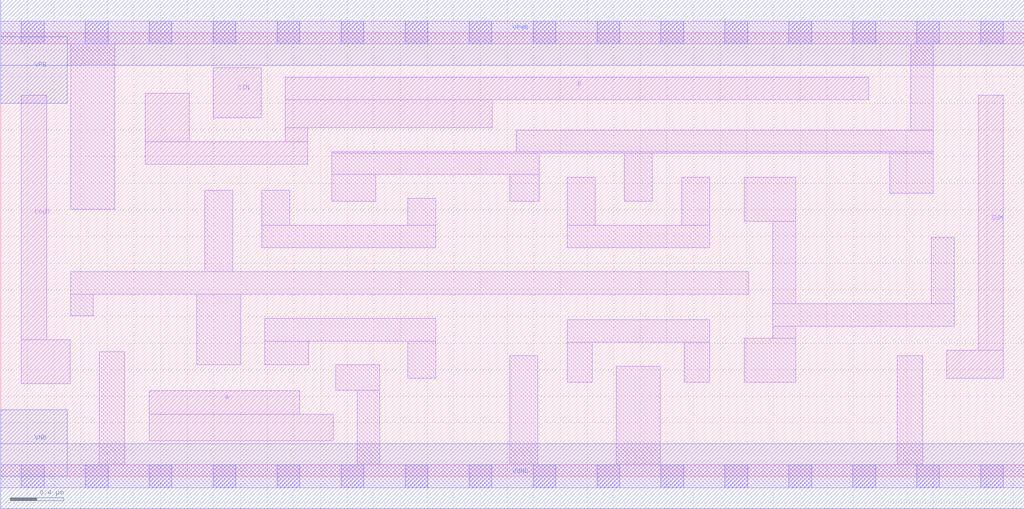
<source format=lef>
# Copyright 2020 The SkyWater PDK Authors
#
# Licensed under the Apache License, Version 2.0 (the "License");
# you may not use this file except in compliance with the License.
# You may obtain a copy of the License at
#
#     https://www.apache.org/licenses/LICENSE-2.0
#
# Unless required by applicable law or agreed to in writing, software
# distributed under the License is distributed on an "AS IS" BASIS,
# WITHOUT WARRANTIES OR CONDITIONS OF ANY KIND, either express or implied.
# See the License for the specific language governing permissions and
# limitations under the License.
#
# SPDX-License-Identifier: Apache-2.0

VERSION 5.5 ;
NAMESCASESENSITIVE ON ;
BUSBITCHARS "[]" ;
DIVIDERCHAR "/" ;
MACRO sky130_fd_sc_lp__fa_m
  CLASS CORE ;
  SOURCE USER ;
  ORIGIN  0.000000  0.000000 ;
  SIZE  7.680000 BY  3.330000 ;
  SYMMETRY X Y R90 ;
  SITE unit ;
  PIN A
    ANTENNAGATEAREA  0.504000 ;
    DIRECTION INPUT ;
    USE SIGNAL ;
    PORT
      LAYER li1 ;
        RECT 1.115000 0.265000 2.495000 0.465000 ;
        RECT 1.115000 0.465000 2.245000 0.640000 ;
    END
  END A
  PIN B
    ANTENNAGATEAREA  0.504000 ;
    DIRECTION INPUT ;
    USE SIGNAL ;
    PORT
      LAYER li1 ;
        RECT 1.085000 2.340000 2.305000 2.510000 ;
        RECT 1.085000 2.510000 1.415000 2.875000 ;
        RECT 2.135000 2.510000 2.305000 2.615000 ;
        RECT 2.135000 2.615000 3.690000 2.825000 ;
        RECT 2.135000 2.825000 6.515000 2.995000 ;
    END
  END B
  PIN CIN
    ANTENNAGATEAREA  0.378000 ;
    DIRECTION INPUT ;
    USE SIGNAL ;
    PORT
      LAYER li1 ;
        RECT 1.595000 2.690000 1.955000 3.065000 ;
    END
  END CIN
  PIN COUT
    ANTENNADIFFAREA  0.222600 ;
    DIRECTION OUTPUT ;
    USE SIGNAL ;
    PORT
      LAYER li1 ;
        RECT 0.155000 0.695000 0.520000 1.025000 ;
        RECT 0.155000 1.025000 0.345000 2.860000 ;
    END
  END COUT
  PIN SUM
    ANTENNADIFFAREA  0.222600 ;
    DIRECTION OUTPUT ;
    USE SIGNAL ;
    PORT
      LAYER li1 ;
        RECT 7.100000 0.735000 7.525000 0.945000 ;
        RECT 7.335000 0.945000 7.525000 2.860000 ;
    END
  END SUM
  PIN VGND
    DIRECTION INOUT ;
    USE GROUND ;
    PORT
      LAYER met1 ;
        RECT 0.000000 -0.245000 7.680000 0.245000 ;
    END
  END VGND
  PIN VNB
    DIRECTION INOUT ;
    USE GROUND ;
    PORT
      LAYER met1 ;
        RECT 0.000000 0.000000 0.500000 0.500000 ;
    END
  END VNB
  PIN VPB
    DIRECTION INOUT ;
    USE POWER ;
    PORT
      LAYER met1 ;
        RECT 0.000000 2.800000 0.500000 3.300000 ;
    END
  END VPB
  PIN VPWR
    DIRECTION INOUT ;
    USE POWER ;
    PORT
      LAYER met1 ;
        RECT 0.000000 3.085000 7.680000 3.575000 ;
    END
  END VPWR
  OBS
    LAYER li1 ;
      RECT 0.000000 -0.085000 7.680000 0.085000 ;
      RECT 0.000000  3.245000 7.680000 3.415000 ;
      RECT 0.525000  1.205000 0.695000 1.365000 ;
      RECT 0.525000  1.365000 5.615000 1.535000 ;
      RECT 0.525000  2.005000 0.855000 3.245000 ;
      RECT 0.740000  0.085000 0.930000 0.935000 ;
      RECT 1.470000  0.835000 1.800000 1.365000 ;
      RECT 1.530000  1.535000 1.740000 2.145000 ;
      RECT 1.960000  1.715000 3.265000 1.885000 ;
      RECT 1.960000  1.885000 2.170000 2.145000 ;
      RECT 1.980000  0.835000 2.310000 1.015000 ;
      RECT 1.980000  1.015000 3.265000 1.185000 ;
      RECT 2.485000  2.065000 2.815000 2.265000 ;
      RECT 2.485000  2.265000 4.040000 2.425000 ;
      RECT 2.485000  2.425000 7.000000 2.435000 ;
      RECT 2.515000  0.645000 2.845000 0.835000 ;
      RECT 2.675000  0.085000 2.845000 0.645000 ;
      RECT 3.055000  0.735000 3.265000 1.015000 ;
      RECT 3.055000  1.885000 3.265000 2.085000 ;
      RECT 3.820000  0.085000 4.030000 0.905000 ;
      RECT 3.820000  2.065000 4.040000 2.265000 ;
      RECT 3.870000  2.435000 7.000000 2.595000 ;
      RECT 4.250000  0.705000 4.440000 1.005000 ;
      RECT 4.250000  1.005000 5.320000 1.175000 ;
      RECT 4.250000  1.715000 5.320000 1.885000 ;
      RECT 4.250000  1.885000 4.460000 2.245000 ;
      RECT 4.620000  0.085000 4.950000 0.825000 ;
      RECT 4.680000  2.065000 4.890000 2.425000 ;
      RECT 5.110000  1.885000 5.320000 2.245000 ;
      RECT 5.130000  0.705000 5.320000 1.005000 ;
      RECT 5.580000  0.705000 5.965000 1.035000 ;
      RECT 5.580000  1.915000 5.965000 2.245000 ;
      RECT 5.795000  1.035000 5.965000 1.125000 ;
      RECT 5.795000  1.125000 7.155000 1.295000 ;
      RECT 5.795000  1.295000 5.965000 1.915000 ;
      RECT 6.670000  2.125000 7.000000 2.425000 ;
      RECT 6.730000  0.085000 6.920000 0.905000 ;
      RECT 6.830000  2.595000 7.000000 3.245000 ;
      RECT 6.985000  1.295000 7.155000 1.795000 ;
    LAYER mcon ;
      RECT 0.155000 -0.085000 0.325000 0.085000 ;
      RECT 0.155000  3.245000 0.325000 3.415000 ;
      RECT 0.635000 -0.085000 0.805000 0.085000 ;
      RECT 0.635000  3.245000 0.805000 3.415000 ;
      RECT 1.115000 -0.085000 1.285000 0.085000 ;
      RECT 1.115000  3.245000 1.285000 3.415000 ;
      RECT 1.595000 -0.085000 1.765000 0.085000 ;
      RECT 1.595000  3.245000 1.765000 3.415000 ;
      RECT 2.075000 -0.085000 2.245000 0.085000 ;
      RECT 2.075000  3.245000 2.245000 3.415000 ;
      RECT 2.555000 -0.085000 2.725000 0.085000 ;
      RECT 2.555000  3.245000 2.725000 3.415000 ;
      RECT 3.035000 -0.085000 3.205000 0.085000 ;
      RECT 3.035000  3.245000 3.205000 3.415000 ;
      RECT 3.515000 -0.085000 3.685000 0.085000 ;
      RECT 3.515000  3.245000 3.685000 3.415000 ;
      RECT 3.995000 -0.085000 4.165000 0.085000 ;
      RECT 3.995000  3.245000 4.165000 3.415000 ;
      RECT 4.475000 -0.085000 4.645000 0.085000 ;
      RECT 4.475000  3.245000 4.645000 3.415000 ;
      RECT 4.955000 -0.085000 5.125000 0.085000 ;
      RECT 4.955000  3.245000 5.125000 3.415000 ;
      RECT 5.435000 -0.085000 5.605000 0.085000 ;
      RECT 5.435000  3.245000 5.605000 3.415000 ;
      RECT 5.915000 -0.085000 6.085000 0.085000 ;
      RECT 5.915000  3.245000 6.085000 3.415000 ;
      RECT 6.395000 -0.085000 6.565000 0.085000 ;
      RECT 6.395000  3.245000 6.565000 3.415000 ;
      RECT 6.875000 -0.085000 7.045000 0.085000 ;
      RECT 6.875000  3.245000 7.045000 3.415000 ;
      RECT 7.355000 -0.085000 7.525000 0.085000 ;
      RECT 7.355000  3.245000 7.525000 3.415000 ;
  END
END sky130_fd_sc_lp__fa_m
END LIBRARY

</source>
